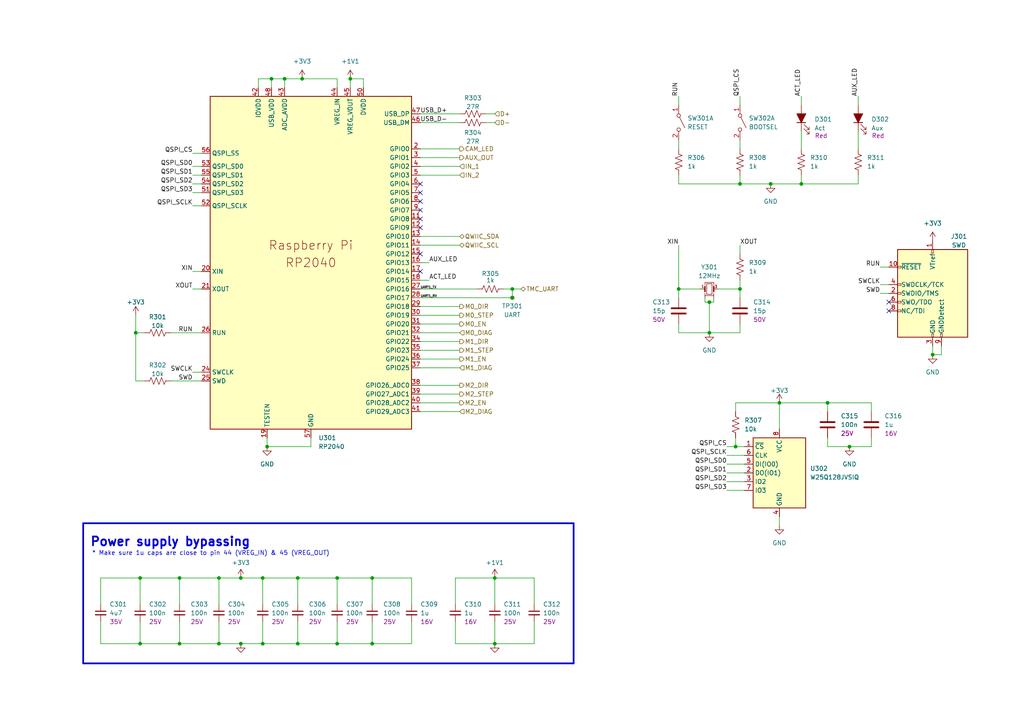
<source format=kicad_sch>
(kicad_sch (version 20230121) (generator eeschema)
  (paper "A4")
  (title_block (date "2023-10-08") (rev "v1"))
  (lib_symbols
    (symbol "Connector:Conn_ARM_JTAG_SWD_10" (pin_names (offset 1.016))
      (property "Reference" "J" (at -2.54 16.51 0))
      (property "Value" "Conn_ARM_JTAG_SWD_10" (at -2.54 13.97 0))
      (symbol "Conn_ARM_JTAG_SWD_10_0_1"
        (rectangle (start -10.16 12.7) (end 10.16 -12.7) (stroke (width 0.254)) (fill (type background)))
        (rectangle (start -2.794 -12.7) (end -2.286 -11.684))
        (rectangle (start -0.254 -12.7) (end 0.254 -11.684))
        (rectangle (start -0.254 12.7) (end 0.254 11.684))
        (rectangle (start 9.144 2.286) (end 10.16 2.794))
        (rectangle (start 10.16 -2.794) (end 9.144 -2.286))
        (rectangle (start 10.16 -0.254) (end 9.144 0.254))
        (rectangle (start 10.16 7.874) (end 9.144 7.366))
      )
      (symbol "Conn_ARM_JTAG_SWD_10_1_1"
        (rectangle (start 9.144 -5.334) (end 10.16 -4.826))
        (pin power_in line (at 0 15.24 270) (length 2.54) (name "VTref") (number "1"))
        (pin open_collector line (at 12.7 7.62 180) (length 2.54) (name "~{RESET}") (number "10"))
        (pin bidirectional line (at 12.7 0 180) (length 2.54) (name "SWDIO/TMS") (number "2"))
        (pin power_in line (at 0 -15.24 90) (length 2.54) (name "GND") (number "3"))
        (pin output line (at 12.7 2.54 180) (length 2.54) (name "SWDCLK/TCK") (number "4"))
        (pin passive line (at 0 -15.24 90) (length 2.54) hide (name "GND") (number "5"))
        (pin input line (at 12.7 -2.54 180) (length 2.54) (name "SWO/TDO") (number "6"))
        (pin no_connect line (at -10.16 0 0) (length 2.54) hide (name "KEY") (number "7"))
        (pin output line (at 12.7 -5.08 180) (length 2.54) (name "NC/TDI") (number "8"))
        (pin passive line (at -2.54 -15.24 90) (length 2.54) (name "GNDDetect") (number "9"))
      )
    )
    (symbol "Connector:TestPoint_Small" (pin_numbers hide) (pin_names (offset 0.762) hide)
      (property "Reference" "TP" (at 0 3.81 0))
      (property "Value" "TestPoint_Small" (at 0 2.032 0))
      (symbol "TestPoint_Small_0_1"
        (circle (center 0 0) (radius 0.508))
      )
      (symbol "TestPoint_Small_1_1"
        (pin passive line (at 0 0 90) (length 0) (name "1") (number "1"))
      )
    )
    (symbol "Device:C" (pin_numbers hide) (pin_names (offset 0.254))
      (property "Reference" "C" (at 0.635 2.54 0))
      (property "Value" "C" (at 0.635 -2.54 0))
      (symbol "C_0_1"
        (polyline (pts (xy -2.032 -0.762) (xy 2.032 -0.762)) (stroke (width 0.508)))
        (polyline (pts (xy -2.032 0.762) (xy 2.032 0.762)) (stroke (width 0.508)))
      )
      (symbol "C_1_1"
        (pin passive line (at 0 3.81 270) (length 2.794) (name "~") (number "1"))
        (pin passive line (at 0 -3.81 90) (length 2.794) (name "~") (number "2"))
      )
    )
    (symbol "Device:C_Small" (pin_numbers hide) (pin_names (offset 0.254) hide)
      (property "Reference" "C" (at 0.254 1.778 0))
      (property "Value" "C_Small" (at 0.254 -2.032 0))
      (symbol "C_Small_0_1"
        (polyline (pts (xy -1.524 -0.508) (xy 1.524 -0.508)) (stroke (width 0.3302)))
        (polyline (pts (xy -1.524 0.508) (xy 1.524 0.508)) (stroke (width 0.3048)))
      )
      (symbol "C_Small_1_1"
        (pin passive line (at 0 2.54 270) (length 2.032) (name "~") (number "1"))
        (pin passive line (at 0 -2.54 90) (length 2.032) (name "~") (number "2"))
      )
    )
    (symbol "Device:LED_Filled" (pin_numbers hide) (pin_names (offset 1.016) hide)
      (property "Reference" "D" (at 0 2.54 0))
      (property "Value" "LED_Filled" (at 0 -2.54 0))
      (symbol "LED_Filled_0_1"
        (polyline (pts (xy -1.27 -1.27) (xy -1.27 1.27)) (stroke (width 0.254)))
        (polyline (pts (xy -1.27 0) (xy 1.27 0)))
        (polyline (pts (xy 1.27 -1.27) (xy 1.27 1.27) (xy -1.27 0) (xy 1.27 -1.27)) (stroke (width 0.254)) (fill (type outline)))
        (polyline (pts (xy -3.048 -0.762) (xy -4.572 -2.286) (xy -3.81 -2.286) (xy -4.572 -2.286) (xy -4.572 -1.524)))
        (polyline (pts (xy -1.778 -0.762) (xy -3.302 -2.286) (xy -2.54 -2.286) (xy -3.302 -2.286) (xy -3.302 -1.524)))
      )
      (symbol "LED_Filled_1_1"
        (pin passive line (at -3.81 0 0) (length 2.54) (name "K") (number "1"))
        (pin passive line (at 3.81 0 180) (length 2.54) (name "A") (number "2"))
      )
    )
    (symbol "Device:R_US" (pin_numbers hide) (pin_names (offset 0))
      (property "Reference" "R" (at 2.54 0 90))
      (property "Value" "R_US" (at -2.54 0 90))
      (symbol "R_US_0_1"
        (polyline (pts (xy 0 -2.286) (xy 0 -2.54)))
        (polyline (pts (xy 0 2.286) (xy 0 2.54)))
        (polyline (pts (xy 0 -0.762) (xy 1.016 -1.143) (xy 0 -1.524) (xy -1.016 -1.905) (xy 0 -2.286)))
        (polyline (pts (xy 0 0.762) (xy 1.016 0.381) (xy 0 0) (xy -1.016 -0.381) (xy 0 -0.762)))
        (polyline (pts (xy 0 2.286) (xy 1.016 1.905) (xy 0 1.524) (xy -1.016 1.143) (xy 0 0.762)))
      )
      (symbol "R_US_1_1"
        (pin passive line (at 0 3.81 270) (length 1.27) (name "~") (number "1"))
        (pin passive line (at 0 -3.81 90) (length 1.27) (name "~") (number "2"))
      )
    )
    (symbol "Droid:Crystal_12MHz_4Pin" (pin_names hide)
      (property "Reference" "Y" (at 0 5.08 0))
      (property "Value" "12MHz" (at 0 0 0))
      (symbol "Crystal_12MHz_4Pin_0_1"
        (rectangle (start -0.762 -1.524) (end 0.762 1.524))
        (polyline (pts (xy -1.27 -0.762) (xy -1.27 0.762)) (stroke (width 0.381)))
        (polyline (pts (xy 1.27 -0.762) (xy 1.27 0.762)) (stroke (width 0.381)))
        (polyline (pts (xy -1.27 -1.27) (xy -1.27 -1.905) (xy 1.27 -1.905) (xy 1.27 -1.27)))
        (polyline (pts (xy -1.27 1.27) (xy -1.27 1.905) (xy 1.27 1.905) (xy 1.27 1.27)))
      )
      (symbol "Crystal_12MHz_4Pin_1_1"
        (pin passive line (at -2.54 0 0) (length 1.27) (name "1") (number "1"))
        (pin passive line (at -1.27 -2.54 90) (length 0.635) (name "2") (number "2"))
        (pin passive line (at 2.54 0 180) (length 1.27) (name "3") (number "3"))
        (pin passive line (at 1.27 -2.54 90) (length 0.635) (name "4") (number "4"))
      )
    )
    (symbol "Droid:RP2040"
      (property "Reference" "U" (at 2.54 -50.8 0))
      (property "Value" "RP2040" (at 2.54 -53.34 0))
      (symbol "RP2040_0_0"
        (text "Raspberry Pi" (at 0 5.08 0) (effects (font (size 2.54 2.54))))
        (text "RP2040" (at 0 0 0) (effects (font (size 2.54 2.54))))
      )
      (symbol "RP2040_0_1"
        (rectangle (start -29.21 48.26) (end 29.21 -48.26) (stroke (width 0.254)) (fill (type background)))
      )
      (symbol "RP2040_1_1"
        (pin power_in line (at -15.24 50.8 270) (length 2.54) hide (name "IOVDD") (number "1"))
        (pin power_in line (at -15.24 50.8 270) (length 2.54) hide (name "IOVDD") (number "10"))
        (pin bidirectional line (at 31.75 12.7 180) (length 2.54) (name "GPIO8") (number "11"))
        (pin bidirectional line (at 31.75 10.16 180) (length 2.54) (name "GPIO9") (number "12"))
        (pin bidirectional line (at 31.75 7.62 180) (length 2.54) (name "GPIO10") (number "13"))
        (pin bidirectional line (at 31.75 5.08 180) (length 2.54) (name "GPIO11") (number "14"))
        (pin bidirectional line (at 31.75 2.54 180) (length 2.54) (name "GPIO12") (number "15"))
        (pin bidirectional line (at 31.75 0 180) (length 2.54) (name "GPIO13") (number "16"))
        (pin bidirectional line (at 31.75 -2.54 180) (length 2.54) (name "GPIO14") (number "17"))
        (pin bidirectional line (at 31.75 -5.08 180) (length 2.54) (name "GPIO15") (number "18"))
        (pin passive line (at -12.7 -50.8 90) (length 2.54) (name "TESTEN") (number "19"))
        (pin bidirectional line (at 31.75 33.02 180) (length 2.54) (name "GPIO0") (number "2"))
        (pin input line (at -31.75 -2.54 0) (length 2.54) (name "XIN") (number "20"))
        (pin passive line (at -31.75 -7.62 0) (length 2.54) (name "XOUT") (number "21"))
        (pin power_in line (at -15.24 50.8 270) (length 2.54) hide (name "IOVDD") (number "22"))
        (pin power_in line (at 15.24 50.8 270) (length 2.54) hide (name "DVDD") (number "23"))
        (pin input line (at -31.75 -31.75 0) (length 2.54) (name "SWCLK") (number "24"))
        (pin bidirectional line (at -31.75 -34.29 0) (length 2.54) (name "SWD") (number "25"))
        (pin input line (at -31.75 -20.32 0) (length 2.54) (name "RUN") (number "26"))
        (pin bidirectional line (at 31.75 -7.62 180) (length 2.54) (name "GPIO16") (number "27"))
        (pin bidirectional line (at 31.75 -10.16 180) (length 2.54) (name "GPIO17") (number "28"))
        (pin bidirectional line (at 31.75 -12.7 180) (length 2.54) (name "GPIO18") (number "29"))
        (pin bidirectional line (at 31.75 30.48 180) (length 2.54) (name "GPIO1") (number "3"))
        (pin bidirectional line (at 31.75 -15.24 180) (length 2.54) (name "GPIO19") (number "30"))
        (pin bidirectional line (at 31.75 -17.78 180) (length 2.54) (name "GPIO20") (number "31"))
        (pin bidirectional line (at 31.75 -20.32 180) (length 2.54) (name "GPIO21") (number "32"))
        (pin power_in line (at -15.24 50.8 270) (length 2.54) hide (name "IOVDD") (number "33"))
        (pin bidirectional line (at 31.75 -22.86 180) (length 2.54) (name "GPIO22") (number "34"))
        (pin bidirectional line (at 31.75 -25.4 180) (length 2.54) (name "GPIO23") (number "35"))
        (pin bidirectional line (at 31.75 -27.94 180) (length 2.54) (name "GPIO24") (number "36"))
        (pin bidirectional line (at 31.75 -30.48 180) (length 2.54) (name "GPIO25") (number "37"))
        (pin bidirectional line (at 31.75 -35.56 180) (length 2.54) (name "GPIO26_ADC0") (number "38"))
        (pin bidirectional line (at 31.75 -38.1 180) (length 2.54) (name "GPIO27_ADC1") (number "39"))
        (pin bidirectional line (at 31.75 27.94 180) (length 2.54) (name "GPIO2") (number "4"))
        (pin bidirectional line (at 31.75 -40.64 180) (length 2.54) (name "GPIO28_ADC2") (number "40"))
        (pin bidirectional line (at 31.75 -43.18 180) (length 2.54) (name "GPIO29_ADC3") (number "41"))
        (pin power_in line (at -15.24 50.8 270) (length 2.54) (name "IOVDD") (number "42"))
        (pin power_in line (at -7.62 50.8 270) (length 2.54) (name "ADC_AVDD") (number "43"))
        (pin power_in line (at 7.62 50.8 270) (length 2.54) (name "VREG_IN") (number "44"))
        (pin power_out line (at 11.43 50.8 270) (length 2.54) (name "VREG_VOUT") (number "45"))
        (pin bidirectional line (at 31.75 40.64 180) (length 2.54) (name "USB_DM") (number "46"))
        (pin bidirectional line (at 31.75 43.18 180) (length 2.54) (name "USB_DP") (number "47"))
        (pin power_in line (at -11.43 50.8 270) (length 2.54) (name "USB_VDD") (number "48"))
        (pin power_in line (at -15.24 50.8 270) (length 2.54) hide (name "IOVDD") (number "49"))
        (pin bidirectional line (at 31.75 25.4 180) (length 2.54) (name "GPIO3") (number "5"))
        (pin power_in line (at 15.24 50.8 270) (length 2.54) (name "DVDD") (number "50"))
        (pin bidirectional line (at -31.75 20.32 0) (length 2.54) (name "QSPI_SD3") (number "51"))
        (pin output line (at -31.75 16.51 0) (length 2.54) (name "QSPI_SCLK") (number "52"))
        (pin bidirectional line (at -31.75 27.94 0) (length 2.54) (name "QSPI_SD0") (number "53"))
        (pin bidirectional line (at -31.75 22.86 0) (length 2.54) (name "QSPI_SD2") (number "54"))
        (pin bidirectional line (at -31.75 25.4 0) (length 2.54) (name "QSPI_SD1") (number "55"))
        (pin bidirectional line (at -31.75 31.75 0) (length 2.54) (name "QSPI_SS") (number "56"))
        (pin power_in line (at 0 -50.8 90) (length 2.54) (name "GND") (number "57"))
        (pin bidirectional line (at 31.75 22.86 180) (length 2.54) (name "GPIO4") (number "6"))
        (pin bidirectional line (at 31.75 20.32 180) (length 2.54) (name "GPIO5") (number "7"))
        (pin bidirectional line (at 31.75 17.78 180) (length 2.54) (name "GPIO6") (number "8"))
        (pin bidirectional line (at 31.75 15.24 180) (length 2.54) (name "GPIO7") (number "9"))
      )
    )
    (symbol "Memory_Flash:W25Q128JVS"
      (property "Reference" "U" (at -8.89 8.89 0))
      (property "Value" "W25Q128JVS" (at 7.62 8.89 0))
      (symbol "W25Q128JVS_0_1"
        (rectangle (start -7.62 10.16) (end 7.62 -10.16) (stroke (width 0.254)) (fill (type background)))
      )
      (symbol "W25Q128JVS_1_1"
        (pin input line (at -10.16 7.62 0) (length 2.54) (name "~{CS}") (number "1"))
        (pin bidirectional line (at -10.16 0 0) (length 2.54) (name "DO(IO1)") (number "2"))
        (pin bidirectional line (at -10.16 -2.54 0) (length 2.54) (name "IO2") (number "3"))
        (pin power_in line (at 0 -12.7 90) (length 2.54) (name "GND") (number "4"))
        (pin bidirectional line (at -10.16 2.54 0) (length 2.54) (name "DI(IO0)") (number "5"))
        (pin input line (at -10.16 5.08 0) (length 2.54) (name "CLK") (number "6"))
        (pin bidirectional line (at -10.16 -5.08 0) (length 2.54) (name "IO3") (number "7"))
        (pin power_in line (at 0 12.7 270) (length 2.54) (name "VCC") (number "8"))
      )
    )
    (symbol "Switch:SW_DPST_x2" (pin_names (offset 0) hide)
      (property "Reference" "SW" (at 0 3.175 0))
      (property "Value" "SW_DPST_x2" (at 0 -2.54 0))
      (symbol "SW_DPST_x2_0_0"
        (circle (center -2.032 0) (radius 0.508))
        (polyline (pts (xy -1.524 0.254) (xy 1.524 1.778)))
        (circle (center 2.032 0) (radius 0.508))
      )
      (symbol "SW_DPST_x2_1_1"
        (pin passive line (at -5.08 0 0) (length 2.54) (name "A") (number "1"))
        (pin passive line (at 5.08 0 180) (length 2.54) (name "B") (number "2"))
      )
      (symbol "SW_DPST_x2_2_1"
        (pin passive line (at -5.08 0 0) (length 2.54) (name "A") (number "3"))
        (pin passive line (at 5.08 0 180) (length 2.54) (name "B") (number "4"))
      )
    )
    (symbol "power:+1V1" (power) (pin_names (offset 0))
      (property "Value" "+1V1" (at 0 3.556 0))
      (symbol "+1V1_0_1"
        (polyline (pts (xy -0.762 1.27) (xy 0 2.54)))
        (polyline (pts (xy 0 0) (xy 0 2.54)))
        (polyline (pts (xy 0 2.54) (xy 0.762 1.27)))
      )
      (symbol "+1V1_1_1"
        (pin power_in line (at 0 0 90) (length 0) hide (name "+1V1") (number "1"))
      )
    )
    (symbol "power:+3V3" (power) (pin_names (offset 0))
      (property "Value" "+3V3" (at 0 3.556 0))
      (symbol "+3V3_0_1"
        (polyline (pts (xy -0.762 1.27) (xy 0 2.54)))
        (polyline (pts (xy 0 0) (xy 0 2.54)))
        (polyline (pts (xy 0 2.54) (xy 0.762 1.27)))
      )
      (symbol "+3V3_1_1"
        (pin power_in line (at 0 0 90) (length 0) hide (name "+3V3") (number "1"))
      )
    )
    (symbol "power:GND" (power) (pin_names (offset 0))
      (property "Value" "GND" (at 0 -3.81 0))
      (symbol "GND_0_1"
        (polyline (pts (xy 0 0) (xy 0 -1.27) (xy 1.27 -1.27) (xy 0 -2.54) (xy -1.27 -1.27) (xy 0 -1.27)))
      )
      (symbol "GND_1_1"
        (pin power_in line (at 0 0 270) (length 0) hide (name "GND") (number "1"))
      )
    )
  )
  (junction (at 97.79 167.64))
  (junction (at 223.52 53.34))
  (junction (at 205.74 96.52))
  (junction (at 39.37 96.52))
  (junction (at 214.63 53.34))
  (junction (at 107.95 167.64))
  (junction (at 246.38 129.54))
  (junction (at 76.2 186.69))
  (junction (at 226.06 116.84))
  (junction (at 69.85 186.69))
  (junction (at 107.95 186.69))
  (junction (at 77.47 129.54))
  (junction (at 78.74 22.86))
  (junction (at 87.63 22.86))
  (junction (at 69.85 167.64))
  (junction (at 97.79 186.69))
  (junction (at 196.85 83.82))
  (junction (at 40.64 186.69))
  (junction (at 148.59 83.82))
  (junction (at 270.51 102.87))
  (junction (at 214.63 83.82))
  (junction (at 86.36 167.64))
  (junction (at 52.07 167.64))
  (junction (at 63.5 167.64))
  (junction (at 52.07 186.69))
  (junction (at 63.5 186.69))
  (junction (at 205.74 87.63))
  (junction (at 148.59 86.36))
  (junction (at 101.6 22.86))
  (junction (at 240.03 116.84))
  (junction (at 232.41 53.34))
  (junction (at 213.36 129.54))
  (junction (at 82.55 22.86))
  (junction (at 40.64 167.64))
  (junction (at 86.36 186.69))
  (junction (at 143.51 167.64))
  (junction (at 143.51 186.69))
  (junction (at 76.2 167.64))
  (no_connect (at 121.92 78.74))
  (no_connect (at 257.81 87.63))
  (no_connect (at 121.92 66.04))
  (no_connect (at 121.92 63.5))
  (no_connect (at 257.81 90.17))
  (no_connect (at 121.92 73.66))
  (no_connect (at 121.92 53.34))
  (no_connect (at 121.92 55.88))
  (no_connect (at 121.92 58.42))
  (no_connect (at 121.92 60.96))
  (wire (pts (xy 76.2 180.34) (xy 76.2 186.69)))
  (polyline (pts (xy 166.37 192.405) (xy 24.13 192.405)) (stroke (width 0.5) (type solid)))
  (wire (pts (xy 240.03 119.38) (xy 240.03 116.84)))
  (wire (pts (xy 255.27 82.55) (xy 257.81 82.55)))
  (wire (pts (xy 255.27 85.09) (xy 257.81 85.09)))
  (wire (pts (xy 86.36 180.34) (xy 86.36 186.69)))
  (wire (pts (xy 105.41 22.86) (xy 101.6 22.86)))
  (wire (pts (xy 121.92 35.56) (xy 133.35 35.56)))
  (wire (pts (xy 121.92 114.3) (xy 133.35 114.3)))
  (wire (pts (xy 55.88 59.69) (xy 58.42 59.69)))
  (wire (pts (xy 133.35 43.18) (xy 121.92 43.18)))
  (wire (pts (xy 143.51 186.69) (xy 132.08 186.69)))
  (wire (pts (xy 82.55 22.86) (xy 87.63 22.86)))
  (wire (pts (xy 121.92 111.76) (xy 133.35 111.76)))
  (wire (pts (xy 52.07 186.69) (xy 40.64 186.69)))
  (wire (pts (xy 196.85 83.82) (xy 203.2 83.82)))
  (wire (pts (xy 252.73 127) (xy 252.73 129.54)))
  (wire (pts (xy 119.38 186.69) (xy 107.95 186.69)))
  (wire (pts (xy 97.79 167.64) (xy 107.95 167.64)))
  (wire (pts (xy 63.5 167.64) (xy 63.5 175.26)))
  (wire (pts (xy 196.85 96.52) (xy 205.74 96.52)))
  (wire (pts (xy 55.88 55.88) (xy 58.42 55.88)))
  (wire (pts (xy 121.92 33.02) (xy 133.35 33.02)))
  (wire (pts (xy 69.85 167.64) (xy 76.2 167.64)))
  (wire (pts (xy 63.5 180.34) (xy 63.5 186.69)))
  (wire (pts (xy 107.95 167.64) (xy 119.38 167.64)))
  (wire (pts (xy 226.06 149.86) (xy 226.06 152.4)))
  (wire (pts (xy 121.92 99.06) (xy 133.35 99.06)))
  (wire (pts (xy 55.88 44.45) (xy 58.42 44.45)))
  (polyline (pts (xy 24.13 151.765) (xy 24.13 192.405)) (stroke (width 0.5) (type solid)))
  (wire (pts (xy 132.08 180.34) (xy 132.08 186.69)))
  (wire (pts (xy 49.53 110.49) (xy 58.42 110.49)))
  (wire (pts (xy 40.64 180.34) (xy 40.64 186.69)))
  (wire (pts (xy 121.92 76.2) (xy 124.46 76.2)))
  (wire (pts (xy 63.5 186.69) (xy 69.85 186.69)))
  (wire (pts (xy 196.85 83.82) (xy 196.85 86.36)))
  (wire (pts (xy 121.92 116.84) (xy 133.35 116.84)))
  (wire (pts (xy 90.17 127) (xy 90.17 129.54)))
  (wire (pts (xy 143.51 167.64) (xy 143.51 175.26)))
  (wire (pts (xy 76.2 186.69) (xy 86.36 186.69)))
  (wire (pts (xy 213.36 116.84) (xy 226.06 116.84)))
  (wire (pts (xy 78.74 25.4) (xy 78.74 22.86)))
  (wire (pts (xy 213.36 119.38) (xy 213.36 116.84)))
  (wire (pts (xy 270.51 100.33) (xy 270.51 102.87)))
  (wire (pts (xy 214.63 96.52) (xy 205.74 96.52)))
  (wire (pts (xy 39.37 110.49) (xy 39.37 96.52)))
  (wire (pts (xy 78.74 22.86) (xy 82.55 22.86)))
  (wire (pts (xy 55.88 83.82) (xy 58.42 83.82)))
  (wire (pts (xy 232.41 38.1) (xy 232.41 43.18)))
  (wire (pts (xy 121.92 119.38) (xy 133.35 119.38)))
  (wire (pts (xy 77.47 129.54) (xy 90.17 129.54)))
  (wire (pts (xy 82.55 22.86) (xy 82.55 25.4)))
  (wire (pts (xy 121.92 106.68) (xy 133.35 106.68)))
  (wire (pts (xy 121.92 101.6) (xy 133.35 101.6)))
  (wire (pts (xy 69.85 186.69) (xy 76.2 186.69)))
  (wire (pts (xy 210.82 129.54) (xy 213.36 129.54)))
  (wire (pts (xy 121.92 86.36) (xy 148.59 86.36)))
  (wire (pts (xy 87.63 22.86) (xy 97.79 22.86)))
  (wire (pts (xy 273.05 100.33) (xy 273.05 102.87)))
  (wire (pts (xy 133.35 50.8) (xy 121.92 50.8)))
  (wire (pts (xy 52.07 167.64) (xy 52.07 175.26)))
  (wire (pts (xy 154.94 186.69) (xy 143.51 186.69)))
  (wire (pts (xy 29.21 167.64) (xy 29.21 175.26)))
  (wire (pts (xy 210.82 132.08) (xy 215.9 132.08)))
  (wire (pts (xy 40.64 186.69) (xy 29.21 186.69)))
  (wire (pts (xy 39.37 91.44) (xy 39.37 96.52)))
  (wire (pts (xy 39.37 96.52) (xy 41.91 96.52)))
  (wire (pts (xy 52.07 167.64) (xy 63.5 167.64)))
  (wire (pts (xy 55.88 50.8) (xy 58.42 50.8)))
  (wire (pts (xy 214.63 40.64) (xy 214.63 43.18)))
  (wire (pts (xy 226.06 116.84) (xy 240.03 116.84)))
  (wire (pts (xy 52.07 186.69) (xy 63.5 186.69)))
  (wire (pts (xy 55.88 48.26) (xy 58.42 48.26)))
  (wire (pts (xy 213.36 127) (xy 213.36 129.54)))
  (wire (pts (xy 119.38 180.34) (xy 119.38 186.69)))
  (wire (pts (xy 77.47 127) (xy 77.47 129.54)))
  (wire (pts (xy 97.79 25.4) (xy 97.79 22.86)))
  (wire (pts (xy 207.01 86.36) (xy 207.01 87.63)))
  (wire (pts (xy 76.2 167.64) (xy 86.36 167.64)))
  (wire (pts (xy 232.41 27.94) (xy 232.41 30.48)))
  (wire (pts (xy 69.85 167.64) (xy 63.5 167.64)))
  (wire (pts (xy 41.91 110.49) (xy 39.37 110.49)))
  (wire (pts (xy 196.85 50.8) (xy 196.85 53.34)))
  (wire (pts (xy 86.36 167.64) (xy 97.79 167.64)))
  (wire (pts (xy 121.92 91.44) (xy 133.35 91.44)))
  (wire (pts (xy 214.63 83.82) (xy 214.63 86.36)))
  (wire (pts (xy 232.41 53.34) (xy 248.92 53.34)))
  (wire (pts (xy 140.97 35.56) (xy 143.51 35.56)))
  (wire (pts (xy 248.92 27.94) (xy 248.92 30.48)))
  (wire (pts (xy 121.92 96.52) (xy 133.35 96.52)))
  (wire (pts (xy 143.51 167.64) (xy 154.94 167.64)))
  (wire (pts (xy 226.06 116.84) (xy 226.06 124.46)))
  (wire (pts (xy 86.36 186.69) (xy 97.79 186.69)))
  (wire (pts (xy 210.82 139.7) (xy 215.9 139.7)))
  (wire (pts (xy 133.35 48.26) (xy 121.92 48.26)))
  (wire (pts (xy 196.85 40.64) (xy 196.85 43.18)))
  (wire (pts (xy 143.51 180.34) (xy 143.51 186.69)))
  (wire (pts (xy 76.2 167.64) (xy 76.2 175.26)))
  (wire (pts (xy 146.05 83.82) (xy 148.59 83.82)))
  (wire (pts (xy 107.95 167.64) (xy 107.95 175.26)))
  (wire (pts (xy 210.82 137.16) (xy 215.9 137.16)))
  (wire (pts (xy 49.53 96.52) (xy 58.42 96.52)))
  (wire (pts (xy 210.82 134.62) (xy 215.9 134.62)))
  (wire (pts (xy 208.28 83.82) (xy 214.63 83.82)))
  (polyline (pts (xy 166.37 151.765) (xy 166.37 192.405)) (stroke (width 0.5) (type solid)))
  (wire (pts (xy 232.41 53.34) (xy 223.52 53.34)))
  (wire (pts (xy 97.79 180.34) (xy 97.79 186.69)))
  (wire (pts (xy 154.94 180.34) (xy 154.94 186.69)))
  (wire (pts (xy 204.47 87.63) (xy 205.74 87.63)))
  (wire (pts (xy 196.85 27.94) (xy 196.85 30.48)))
  (wire (pts (xy 213.36 129.54) (xy 215.9 129.54)))
  (wire (pts (xy 132.08 167.64) (xy 143.51 167.64)))
  (wire (pts (xy 40.64 167.64) (xy 40.64 175.26)))
  (wire (pts (xy 55.88 53.34) (xy 58.42 53.34)))
  (wire (pts (xy 252.73 116.84) (xy 240.03 116.84)))
  (wire (pts (xy 252.73 119.38) (xy 252.73 116.84)))
  (wire (pts (xy 214.63 50.8) (xy 214.63 53.34)))
  (wire (pts (xy 214.63 71.12) (xy 214.63 73.66)))
  (wire (pts (xy 107.95 180.34) (xy 107.95 186.69)))
  (wire (pts (xy 121.92 83.82) (xy 138.43 83.82)))
  (wire (pts (xy 214.63 93.98) (xy 214.63 96.52)))
  (wire (pts (xy 97.79 186.69) (xy 107.95 186.69)))
  (wire (pts (xy 121.92 88.9) (xy 133.35 88.9)))
  (wire (pts (xy 29.21 167.64) (xy 40.64 167.64)))
  (wire (pts (xy 204.47 86.36) (xy 204.47 87.63)))
  (wire (pts (xy 121.92 104.14) (xy 133.35 104.14)))
  (wire (pts (xy 148.59 83.82) (xy 148.59 86.36)))
  (wire (pts (xy 86.36 167.64) (xy 86.36 175.26)))
  (wire (pts (xy 101.6 22.86) (xy 101.6 25.4)))
  (wire (pts (xy 273.05 102.87) (xy 270.51 102.87)))
  (wire (pts (xy 119.38 167.64) (xy 119.38 175.26)))
  (wire (pts (xy 196.85 53.34) (xy 214.63 53.34)))
  (wire (pts (xy 105.41 25.4) (xy 105.41 22.86)))
  (wire (pts (xy 40.64 167.64) (xy 52.07 167.64)))
  (wire (pts (xy 121.92 93.98) (xy 133.35 93.98)))
  (wire (pts (xy 255.27 77.47) (xy 257.81 77.47)))
  (wire (pts (xy 55.88 107.95) (xy 58.42 107.95)))
  (wire (pts (xy 154.94 167.64) (xy 154.94 175.26)))
  (wire (pts (xy 248.92 38.1) (xy 248.92 43.18)))
  (wire (pts (xy 148.59 83.82) (xy 151.13 83.82)))
  (wire (pts (xy 240.03 129.54) (xy 246.38 129.54)))
  (wire (pts (xy 74.93 22.86) (xy 78.74 22.86)))
  (wire (pts (xy 240.03 127) (xy 240.03 129.54)))
  (wire (pts (xy 205.74 87.63) (xy 205.74 96.52)))
  (wire (pts (xy 248.92 50.8) (xy 248.92 53.34)))
  (polyline (pts (xy 24.13 151.765) (xy 166.37 151.765)) (stroke (width 0.5) (type solid)))
  (wire (pts (xy 232.41 50.8) (xy 232.41 53.34)))
  (wire (pts (xy 133.35 71.12) (xy 121.92 71.12)))
  (wire (pts (xy 196.85 71.12) (xy 196.85 83.82)))
  (wire (pts (xy 55.88 78.74) (xy 58.42 78.74)))
  (wire (pts (xy 210.82 142.24) (xy 215.9 142.24)))
  (wire (pts (xy 196.85 93.98) (xy 196.85 96.52)))
  (wire (pts (xy 121.92 81.28) (xy 124.46 81.28)))
  (wire (pts (xy 207.01 87.63) (xy 205.74 87.63)))
  (wire (pts (xy 214.63 81.28) (xy 214.63 83.82)))
  (wire (pts (xy 133.35 45.72) (xy 121.92 45.72)))
  (wire (pts (xy 214.63 53.34) (xy 223.52 53.34)))
  (wire (pts (xy 246.38 129.54) (xy 252.73 129.54)))
  (wire (pts (xy 52.07 180.34) (xy 52.07 186.69)))
  (wire (pts (xy 132.08 167.64) (xy 132.08 175.26)))
  (wire (pts (xy 214.63 27.94) (xy 214.63 30.48)))
  (wire (pts (xy 97.79 167.64) (xy 97.79 175.26)))
  (wire (pts (xy 133.35 68.58) (xy 121.92 68.58)))
  (wire (pts (xy 29.21 186.69) (xy 29.21 180.34)))
  (wire (pts (xy 140.97 33.02) (xy 143.51 33.02)))
  (wire (pts (xy 74.93 25.4) (xy 74.93 22.86)))
  (text "* Make sure 1u caps are close to pin 44 (VREG_IN) & 45 (VREG_OUT)" (at 26.67 161.29 0) (effects (font (size 1.27 1.27)) (justify left bottom)))
  (text "Power supply bypassing" (at 26.035 158.75 0) (effects (font (size 2.54 2.54) bold) (justify left bottom)))
  (label "RUN" (at 255.27 77.47 180))
  (label "QSPI_SD3" (at 55.88 55.88 180))
  (label "QSPI_SD1" (at 55.88 50.8 180))
  (label "QSPI_SD0" (at 55.88 48.26 180))
  (label "QSPI_SD1" (at 210.82 137.16 180))
  (label "XIN" (at 55.88 78.74 180))
  (label "QSPI_SCLK" (at 55.88 59.69 180))
  (label "USB_D+" (at 121.92 33.02 0))
  (label "RUN" (at 55.88 96.52 180))
  (label "QSPI_CS" (at 210.82 129.54 180))
  (label "QSPI_SD3" (at 210.82 142.24 180))
  (label "SWCLK" (at 55.88 107.95 180))
  (label "QSPI_CS" (at 214.63 27.94 90))
  (label "AUX_LED" (at 124.46 76.2 0))
  (label "QSPI_SD2" (at 210.82 139.7 180))
  (label "UART1_RX" (at 121.92 86.36 0) (effects (font (size 0.64 0.64))))
  (label "QSPI_SCLK" (at 210.82 132.08 180))
  (label "QSPI_SD0" (at 210.82 134.62 180))
  (label "UART1_TX" (at 121.92 83.82 0) (effects (font (size 0.64 0.64))))
  (label "XIN" (at 196.85 71.12 180))
  (label "XOUT" (at 55.88 83.82 180))
  (label "SWCLK" (at 255.27 82.55 180))
  (label "ACT_LED" (at 232.41 27.94 90))
  (label "QSPI_SD2" (at 55.88 53.34 180))
  (label "QSPI_CS" (at 55.88 44.45 180))
  (label "ACT_LED" (at 124.46 81.28 0))
  (label "AUX_LED" (at 248.92 27.94 90))
  (label "XOUT" (at 214.63 71.12 0))
  (label "USB_D-" (at 121.92 35.56 0))
  (label "RUN" (at 196.85 27.94 90))
  (label "SWD" (at 255.27 85.09 180))
  (label "SWD" (at 55.88 110.49 180))
  (hierarchical_label "M0_DIAG" (shape input) (at 133.35 96.52 0))
  (hierarchical_label "M0_DIR" (shape output) (at 133.35 88.9 0))
  (hierarchical_label "M1_DIR" (shape output) (at 133.35 99.06 0))
  (hierarchical_label "M1_STEP" (shape output) (at 133.35 101.6 0))
  (hierarchical_label "M1_EN" (shape output) (at 133.35 104.14 0))
  (hierarchical_label "IN_1" (shape input) (at 133.35 48.26 0))
  (hierarchical_label "M0_EN" (shape output) (at 133.35 93.98 0))
  (hierarchical_label "TMC_UART" (shape bidirectional) (at 151.13 83.82 0))
  (hierarchical_label "M2_DIR" (shape output) (at 133.35 111.76 0))
  (hierarchical_label "D+" (shape input) (at 143.51 33.02 0))
  (hierarchical_label "AUX_OUT" (shape output) (at 133.35 45.72 0))
  (hierarchical_label "M2_STEP" (shape output) (at 133.35 114.3 0))
  (hierarchical_label "QWIIC_SDA" (shape bidirectional) (at 133.35 68.58 0))
  (hierarchical_label "IN_2" (shape input) (at 133.35 50.8 0))
  (hierarchical_label "M0_STEP" (shape output) (at 133.35 91.44 0))
  (hierarchical_label "M2_EN" (shape output) (at 133.35 116.84 0))
  (hierarchical_label "M2_DIAG" (shape input) (at 133.35 119.38 0))
  (hierarchical_label "CAM_LED" (shape output) (at 133.35 43.18 0))
  (hierarchical_label "M1_DIAG" (shape input) (at 133.35 106.68 0))
  (hierarchical_label "QWIIC_SCL" (shape bidirectional) (at 133.35 71.12 0))
  (hierarchical_label "D-" (shape input) (at 143.51 35.56 0))
  (symbol (lib_id "Device:LED_Filled") (at 248.92 34.29 90) (unit 1)
    (property "Reference" "D302" (at 252.73 34.6075 90) (effects (justify right)))
    (property "Value" "Aux" (at 252.73 37.1475 90) (effects (justify right)))
    (property "Footprint" "Droid:LED_0805_LiteOn" (effects hide))
    (property "mpn" "APT2012EC" (effects hide))
    (property "Rating" "Red" (at 256.54 39.37 90) (effects (justify left)))
  )
  (symbol (lib_id "power:GND") (at 143.51 186.69 0) (unit 1)
    (property "Reference" "#PWR0308" (effects hide))
    (property "Value" "GND" (effects hide))
  )
  (symbol (lib_id "Switch:SW_DPST_x2") (at 214.63 35.56 270) (unit 1)
    (property "Reference" "SW302" (at 217.17 34.29 90) (effects (justify left)))
    (property "Value" "BOOTSEL" (at 217.17 36.83 90) (effects (justify left)))
    (property "Footprint" "Droid:Tactile_Switch_4.2mm" (effects hide))
    (property "mpn" "PTS810 SJK 250 SMTR LFS" (effects hide))
  )
  (symbol (lib_id "Droid:Crystal_12MHz_4Pin") (at 205.74 83.82 0) (unit 1)
    (property "Reference" "Y301" (at 205.74 77.47 0))
    (property "Value" "12MHz" (at 205.74 80.01 0))
    (property "Footprint" "Droid:Cryrstal_SMD_ABRACON_ABMM-4Pin_7.0x5.0mm" (effects hide))
    (property "Datasheet" "https://www.mouser.de/datasheet/2/3/ABMM-1774775.pdf" (effects hide))
    (property "mpn" "ABMM-12.000MHZ-B2-T " (effects hide))
  )
  (symbol (lib_id "power:GND") (at 246.38 129.54 0) (unit 1)
    (property "Reference" "#PWR0313" (effects hide))
    (property "Value" "GND" (at 246.38 134.62 0))
  )
  (symbol (lib_id "Device:C_Small") (at 29.21 177.8 0) (unit 1)
    (property "Reference" "C301" (at 31.75 175.2662 0) (effects (justify left)))
    (property "Value" "4u7" (at 31.75 177.8062 0) (effects (justify left)))
    (property "Footprint" "Droid:C_0603_HandSolder" (effects hide))
    (property "mpn" "GRM188R6YA475KE15D" (effects hide))
    (property "Rating" "35V" (at 31.75 180.3462 0) (effects (justify left)))
  )
  (symbol (lib_id "Device:C_Small") (at 107.95 177.8 0) (unit 1)
    (property "Reference" "C308" (at 111.125 175.2662 0) (effects (justify left)))
    (property "Value" "100n" (at 111.125 177.8062 0) (effects (justify left)))
    (property "Footprint" "Droid:C_0603_HandSolder" (effects hide))
    (property "Rating" "25V" (at 111.125 180.3462 0) (effects (justify left)))
    (property "mpn" "CL10B104KB8NNNC" (effects hide))
  )
  (symbol (lib_id "Device:C_Small") (at 119.38 177.8 0) (unit 1)
    (property "Reference" "C309" (at 121.92 175.2662 0) (effects (justify left)))
    (property "Value" "1u" (at 121.92 177.8062 0) (effects (justify left)))
    (property "Footprint" "Droid:C_0603_HandSolder" (effects hide))
    (property "Rating" "16V" (at 121.92 180.3462 0) (effects (justify left)))
    (property "mpn" "CL10B105MO8NNWC" (effects hide))
  )
  (symbol (lib_id "Switch:SW_DPST_x2") (at 196.85 35.56 270) (unit 1)
    (property "Reference" "SW301" (at 199.39 34.29 90) (effects (justify left)))
    (property "Value" "RESET" (at 199.39 36.83 90) (effects (justify left)))
    (property "Footprint" "Droid:Tactile_Switch_4.2mm" (effects hide))
    (property "Datasheet" "https://www.ckswitches.com/media/1476/pts810.pdf" (effects hide))
    (property "mpn" "PTS810 SJK 250 SMTR LFS" (effects hide))
  )
  (symbol (lib_id "Connector:TestPoint_Small") (at 148.59 86.36 180) (unit 1)
    (property "Reference" "TP301" (at 148.59 88.7714 0))
    (property "Value" "UART" (at 148.59 91.3083 0))
    (property "Footprint" "TestPoint:TestPoint_Pad_1.0x1.0mm" (effects hide))
    (property "mpn" "n/a" (effects hide))
    (instances (project "placertron" (path "" (reference "TP301") (unit 1))) (project "jellyfish" (path "" (reference "TP17") (unit 1))))
  )
  (symbol (lib_id "Device:R_US") (at 214.63 46.99 0) (unit 1)
    (property "Reference" "R308" (at 217.17 45.72 0) (effects (justify left)))
    (property "Value" "1k" (at 217.17 48.26 0) (effects (justify left)))
    (property "Footprint" "Droid:R_0603_HandSolder" (effects hide))
    (property "mpn" "RMCF0603JT1K00" (effects hide))
    (instances (project "placertron" (path "" (reference "R308") (unit 1))) (project "movertron" (path "" (reference "R307") (unit 1))))
  )
  (symbol (lib_id "Device:R_US") (at 214.63 77.47 0) (unit 1)
    (property "Reference" "R309" (at 217.17 76.2 0) (effects (justify left)))
    (property "Value" "1k" (at 217.17 78.74 0) (effects (justify left)))
    (property "Footprint" "Droid:R_0603_HandSolder" (effects hide))
    (property "mpn" "RMCF0603JT1K00" (effects hide))
    (instances (project "placertron" (path "" (reference "R309") (unit 1))) (project "movertron" (path "" (reference "R308") (unit 1))))
  )
  (symbol (lib_id "power:GND") (at 205.74 96.52 0) (unit 1)
    (property "Reference" "#PWR0309" (effects hide))
    (property "Value" "GND" (at 205.74 101.6 0))
  )
  (symbol (lib_id "Connector:Conn_ARM_JTAG_SWD_10") (at 270.51 85.09 0) (mirror y) (unit 1)
    (property "Reference" "J301" (at 278.13 68.58 0))
    (property "Value" "SWD" (at 278.13 71.12 0))
    (property "Footprint" "Connector_PinHeader_1.27mm:PinHeader_2x05_P1.27mm_Vertical_SMD" (effects hide))
    (property "Datasheet" "http://infocenter.arm.com/help/topic/com.arm.doc.ddi0314h/DDI0314H_coresight_components_trm.pdf" (effects hide))
    (property "mpn" "20021121-00010C4LF" (effects hide))
  )
  (symbol (lib_id "Device:C") (at 196.85 90.17 0) (unit 1)
    (property "Reference" "C313" (at 189.23 87.63 0) (effects (justify left)))
    (property "Value" "15p" (at 189.23 90.17 0) (effects (justify left)))
    (property "Footprint" "Droid:C_0603_HandSolder" (effects hide))
    (property "mpn" "0603N150F500CT" (effects hide))
    (property "Rating" "50V" (at 189.23 92.71 0) (effects (justify left)))
  )
  (symbol (lib_id "power:+3V3") (at 87.63 22.86 0) (unit 1)
    (property "Reference" "#PWR0305" (effects hide))
    (property "Value" "+3V3" (at 87.63 17.78 0))
  )
  (symbol (lib_id "Device:R_US") (at 232.41 46.99 0) (unit 1)
    (property "Reference" "R310" (at 234.95 45.72 0) (effects (justify left)))
    (property "Value" "1k" (at 234.95 48.26 0) (effects (justify left)))
    (property "Footprint" "Droid:R_0603_HandSolder" (effects hide))
    (property "mpn" "RMCF0603JT1K00" (effects hide))
  )
  (symbol (lib_id "Device:R_US") (at 248.92 46.99 0) (unit 1)
    (property "Reference" "R311" (at 251.46 45.72 0) (effects (justify left)))
    (property "Value" "1k" (at 251.46 48.26 0) (effects (justify left)))
    (property "Footprint" "Droid:R_0603_HandSolder" (effects hide))
    (property "mpn" "RMCF0603JT1K00" (effects hide))
  )
  (symbol (lib_id "power:+3V3") (at 226.06 116.84 0) (unit 1)
    (property "Reference" "#PWR0311" (effects hide))
    (property "Value" "+3V3" (at 226.06 113.284 0))
  )
  (symbol (lib_id "Device:C_Small") (at 52.07 177.8 0) (unit 1)
    (property "Reference" "C303" (at 55.245 175.2662 0) (effects (justify left)))
    (property "Value" "100n" (at 55.245 177.8062 0) (effects (justify left)))
    (property "Footprint" "Droid:C_0603_HandSolder" (effects hide))
    (property "Rating" "25V" (at 55.245 180.3462 0) (effects (justify left)))
    (property "mpn" "CL10B104KB8NNNC" (effects hide))
  )
  (symbol (lib_id "power:+1V1") (at 101.6 22.86 0) (unit 1)
    (property "Reference" "#PWR0306" (effects hide))
    (property "Value" "+1V1" (at 101.6 17.78 0))
  )
  (symbol (lib_id "Device:R_US") (at 196.85 46.99 0) (unit 1)
    (property "Reference" "R306" (at 199.39 45.72 0) (effects (justify left)))
    (property "Value" "1k" (at 199.39 48.26 0) (effects (justify left)))
    (property "Footprint" "Droid:R_0603_HandSolder" (effects hide))
    (property "mpn" "RMCF0603JT1K00" (effects hide))
  )
  (symbol (lib_id "Device:C_Small") (at 63.5 177.8 0) (unit 1)
    (property "Reference" "C304" (at 66.04 175.2662 0) (effects (justify left)))
    (property "Value" "100n" (at 66.04 177.8062 0) (effects (justify left)))
    (property "Footprint" "Droid:C_0603_HandSolder" (effects hide))
    (property "Rating" "25V" (at 66.04 180.3462 0) (effects (justify left)))
    (property "mpn" "CL10B104KB8NNNC" (effects hide))
  )
  (symbol (lib_id "power:+1V1") (at 143.51 167.64 0) (unit 1)
    (property "Reference" "#PWR0307" (effects hide))
    (property "Value" "+1V1" (at 143.51 163.195 0))
  )
  (symbol (lib_id "power:GND") (at 226.06 152.4 0) (unit 1)
    (property "Reference" "#PWR0312" (effects hide))
    (property "Value" "GND" (at 226.06 157.48 0))
  )
  (symbol (lib_id "Memory_Flash:W25Q128JVS") (at 226.06 137.16 0) (unit 1)
    (property "Reference" "U302" (at 234.95 135.89 0) (effects (justify left)))
    (property "Value" "W25Q128JVSIQ" (at 234.95 138.43 0) (effects (justify left)))
    (property "Footprint" "Package_SO:SOIC-8_5.23x5.23mm_P1.27mm" (effects hide))
    (property "Datasheet" "https://www.winbond.com/resource-files/W25Q128JV%20RevI%2008232021%20Plus.pdf" (effects hide))
    (property "mpn" "W25Q128JVSIQ" (effects hide))
  )
  (symbol (lib_id "Device:C_Small") (at 154.94 177.8 0) (unit 1)
    (property "Reference" "C312" (at 157.48 175.2662 0) (effects (justify left)))
    (property "Value" "100n" (at 157.48 177.8062 0) (effects (justify left)))
    (property "Footprint" "Droid:C_0603_HandSolder" (effects hide))
    (property "Rating" "25V" (at 157.48 180.3462 0) (effects (justify left)))
    (property "mpn" "CL10B104KB8NNNC" (effects hide))
  )
  (symbol (lib_id "Device:C_Small") (at 76.2 177.8 0) (unit 1)
    (property "Reference" "C305" (at 78.74 175.2662 0) (effects (justify left)))
    (property "Value" "100n" (at 78.74 177.8062 0) (effects (justify left)))
    (property "Footprint" "Droid:C_0603_HandSolder" (effects hide))
    (property "Rating" "25V" (at 78.74 180.3462 0) (effects (justify left)))
    (property "mpn" "CL10B104KB8NNNC" (effects hide))
  )
  (symbol (lib_id "power:+3V3") (at 69.85 167.64 0) (unit 1)
    (property "Reference" "#PWR0302" (effects hide))
    (property "Value" "+3V3" (at 69.85 163.195 0))
    (instances (project "placertron" (path "" (reference "#PWR0302") (unit 1))) (project "movertron" (path "" (reference "#PWR0302") (unit 1))) (project "starfish" (path "" (reference "#PWR0305") (unit 1))))
  )
  (symbol (lib_id "Device:R_US") (at 142.24 83.82 90) (unit 1)
    (property "Reference" "R305" (at 142.24 79.375 90))
    (property "Value" "1k" (at 142.24 81.28 90))
    (property "Footprint" "Droid:R_0603_HandSolder" (effects hide))
    (property "mpn" "RMCF0603JT1K00" (effects hide))
    (instances (project "placertron" (path "" (reference "R305") (unit 1))) (project "jellyfish" (path "" (reference "R8") (unit 1))))
  )
  (symbol (lib_id "Device:C") (at 240.03 123.19 0) (unit 1)
    (property "Reference" "C315" (at 243.84 120.65 0) (effects (justify left)))
    (property "Value" "100n" (at 243.84 123.19 0) (effects (justify left)))
    (property "Footprint" "Droid:C_0603_HandSolder" (effects hide))
    (property "mpn" "CL10B104KB8NNNC" (effects hide))
    (property "Rating" "25V" (at 243.84 125.73 0) (effects (justify left)))
  )
  (symbol (lib_id "Device:C") (at 252.73 123.19 0) (unit 1)
    (property "Reference" "C316" (at 256.54 120.65 0) (effects (justify left)))
    (property "Value" "1u" (at 256.54 123.19 0) (effects (justify left)))
    (property "Footprint" "Droid:C_0603_HandSolder" (effects hide))
    (property "mpn" "CL10B105MO8NNWC" (effects hide))
    (property "Rating" "16V" (at 256.54 125.73 0) (effects (justify left)))
  )
  (symbol (lib_id "Device:R_US") (at 137.16 33.02 270) (unit 1)
    (property "Reference" "R303" (at 137.16 28.4312 90))
    (property "Value" "27R" (at 137.16 30.9681 90))
    (property "Footprint" "Droid:R_0603_HandSolder" (effects hide))
    (property "mpn" "RC0402FR-0727RL" (effects hide))
    (property "Rating" "63mW" (effects hide))
    (instances (project "placertron" (path "" (reference "R303") (unit 1))) (project "jellyfish" (path "" (reference "R6") (unit 1))))
  )
  (symbol (lib_id "power:+3V3") (at 39.37 91.44 0) (unit 1)
    (property "Reference" "#PWR0301" (effects hide))
    (property "Value" "+3V3" (at 39.37 87.63 0))
    (instances (project "placertron" (path "" (reference "#PWR0301") (unit 1))) (project "jellyfish" (path "" (reference "#PWR024") (unit 1))))
  )
  (symbol (lib_id "power:GND") (at 77.47 129.54 0) (unit 1)
    (property "Reference" "#PWR0304" (effects hide))
    (property "Value" "GND" (at 77.47 134.62 0))
  )
  (symbol (lib_id "Device:R_US") (at 45.72 110.49 90) (unit 1)
    (property "Reference" "R302" (at 45.72 105.9012 90))
    (property "Value" "10k" (at 45.72 108.4381 90))
    (property "Footprint" "Droid:R_0603_HandSolder" (effects hide))
    (property "mpn" "RMCF0603FT10K0" (effects hide))
    (instances (project "placertron" (path "" (reference "R302") (unit 1))) (project "jellyfish" (path "" (reference "R5") (unit 1))))
  )
  (symbol (lib_id "power:+3V3") (at 270.51 69.85 0) (unit 1)
    (property "Reference" "#PWR0314" (effects hide))
    (property "Value" "+3V3" (at 270.51 64.77 0))
  )
  (symbol (lib_id "Droid:RP2040") (at 90.17 76.2 0) (unit 1)
    (property "Reference" "U301" (at 92.3641 127 0) (effects (justify left)))
    (property "Value" "RP2040" (at 92.3641 129.54 0) (effects (justify left)))
    (property "Footprint" "Droid:RP2040_QFN-56" (effects hide))
    (property "Datasheet" "https://datasheets.raspberrypi.com/rp2040/rp2040-datasheet.pdf" (effects hide))
    (property "mpn" "SC0914(13)" (effects hide))
  )
  (symbol (lib_id "power:GND") (at 69.85 186.69 0) (unit 1)
    (property "Reference" "#PWR0303" (effects hide))
    (property "Value" "GND" (effects hide))
    (instances (project "placertron" (path "" (reference "#PWR0303") (unit 1))) (project "movertron" (path "" (reference "#PWR0303") (unit 1))) (project "starfish" (path "" (reference "#PWR0306") (unit 1))))
  )
  (symbol (lib_id "Device:C_Small") (at 97.79 177.8 0) (unit 1)
    (property "Reference" "C307" (at 100.33 175.2662 0) (effects (justify left)))
    (property "Value" "100n" (at 100.33 177.8062 0) (effects (justify left)))
    (property "Footprint" "Droid:C_0603_HandSolder" (effects hide))
    (property "Rating" "25V" (at 100.33 180.3462 0) (effects (justify left)))
    (property "mpn" "CL10B104KB8NNNC" (effects hide))
  )
  (symbol (lib_id "Device:C_Small") (at 143.51 177.8 0) (unit 1)
    (property "Reference" "C311" (at 146.05 175.2662 0) (effects (justify left)))
    (property "Value" "100n" (at 146.05 177.8062 0) (effects (justify left)))
    (property "Footprint" "Droid:C_0603_HandSolder" (effects hide))
    (property "Rating" "25V" (at 146.05 180.3462 0) (effects (justify left)))
    (property "mpn" "CL10B104KB8NNNC" (effects hide))
  )
  (symbol (lib_id "Device:C_Small") (at 40.64 177.8 0) (unit 1)
    (property "Reference" "C302" (at 43.18 175.2662 0) (effects (justify left)))
    (property "Value" "100n" (at 43.18 177.8062 0) (effects (justify left)))
    (property "Footprint" "Droid:C_0603_HandSolder" (effects hide))
    (property "Rating" "25V" (at 43.18 180.3462 0) (effects (justify left)))
    (property "mpn" "CL10B104KB8NNNC" (effects hide))
  )
  (symbol (lib_id "Device:C") (at 214.63 90.17 0) (unit 1)
    (property "Reference" "C314" (at 218.44 87.63 0) (effects (justify left)))
    (property "Value" "15p" (at 218.44 90.17 0) (effects (justify left)))
    (property "Footprint" "Droid:C_0603_HandSolder" (effects hide))
    (property "mpn" "0603N150F500CT" (effects hide))
    (property "Rating" "50V" (at 218.44 92.71 0) (effects (justify left)))
  )
  (symbol (lib_id "Device:C_Small") (at 132.08 177.8 0) (unit 1)
    (property "Reference" "C310" (at 134.62 175.2662 0) (effects (justify left)))
    (property "Value" "1u" (at 134.62 177.8062 0) (effects (justify left)))
    (property "Footprint" "Droid:C_0603_HandSolder" (effects hide))
    (property "Rating" "16V" (at 134.62 180.3462 0) (effects (justify left)))
    (property "mpn" "CL10B105MO8NNWC" (effects hide))
  )
  (symbol (lib_id "power:GND") (at 223.52 53.34 0) (unit 1)
    (property "Reference" "#PWR0310" (effects hide))
    (property "Value" "GND" (at 223.52 58.42 0))
  )
  (symbol (lib_id "Device:LED_Filled") (at 232.41 34.29 90) (unit 1)
    (property "Reference" "D301" (at 236.22 34.6075 90) (effects (justify right)))
    (property "Value" "Act" (at 236.22 37.1475 90) (effects (justify right)))
    (property "Footprint" "Droid:LED_0805_LiteOn" (effects hide))
    (property "mpn" "APT2012EC" (effects hide))
    (property "Rating" "Red" (at 240.03 39.37 90) (effects (justify left)))
  )
  (symbol (lib_id "Device:R_US") (at 45.72 96.52 270) (unit 1)
    (property "Reference" "R301" (at 45.72 91.9312 90))
    (property "Value" "10k" (at 45.72 94.4681 90))
    (property "Footprint" "Droid:R_0603_HandSolder" (effects hide))
    (property "mpn" "RMCF0603FT10K0" (effects hide))
    (instances (project "placertron" (path "" (reference "R301") (unit 1))) (project "jellyfish" (path "" (reference "R4") (unit 1))))
  )
  (symbol (lib_id "power:GND") (at 270.51 102.87 0) (unit 1)
    (property "Reference" "#PWR0315" (effects hide))
    (property "Value" "GND" (at 270.51 107.95 0))
  )
  (symbol (lib_id "Device:R_US") (at 213.36 123.19 0) (unit 1)
    (property "Reference" "R307" (at 215.9 121.92 0) (effects (justify left)))
    (property "Value" "10k" (at 215.9 124.46 0) (effects (justify left)))
    (property "Footprint" "Droid:R_0603_HandSolder" (effects hide))
    (property "mpn" "RMCF0603FT10K0" (effects hide))
    (instances (project "placertron" (path "" (reference "R307") (unit 1))) (project "movertron" (path "" (reference "R309") (unit 1))))
  )
  (symbol (lib_id "Device:R_US") (at 137.16 35.56 270) (unit 1)
    (property "Reference" "R304" (at 137.16 38.4794 90))
    (property "Value" "27R" (at 137.16 41.0163 90))
    (property "Footprint" "Droid:R_0603_HandSolder" (effects hide))
    (property "mpn" "RC0402FR-0727RL" (effects hide))
    (property "Rating" "63mW" (effects hide))
    (instances (project "placertron" (path "" (reference "R304") (unit 1))) (project "jellyfish" (path "" (reference "R7") (unit 1))))
  )
  (symbol (lib_id "Device:C_Small") (at 86.36 177.8 0) (unit 1)
    (property "Reference" "C306" (at 89.535 175.2662 0) (effects (justify left)))
    (property "Value" "100n" (at 89.535 177.8062 0) (effects (justify left)))
    (property "Footprint" "Droid:C_0603_HandSolder" (effects hide))
    (property "Rating" "25V" (at 89.535 180.3462 0) (effects (justify left)))
    (property "mpn" "CL10B104KB8NNNC" (effects hide))
  )
)
</source>
